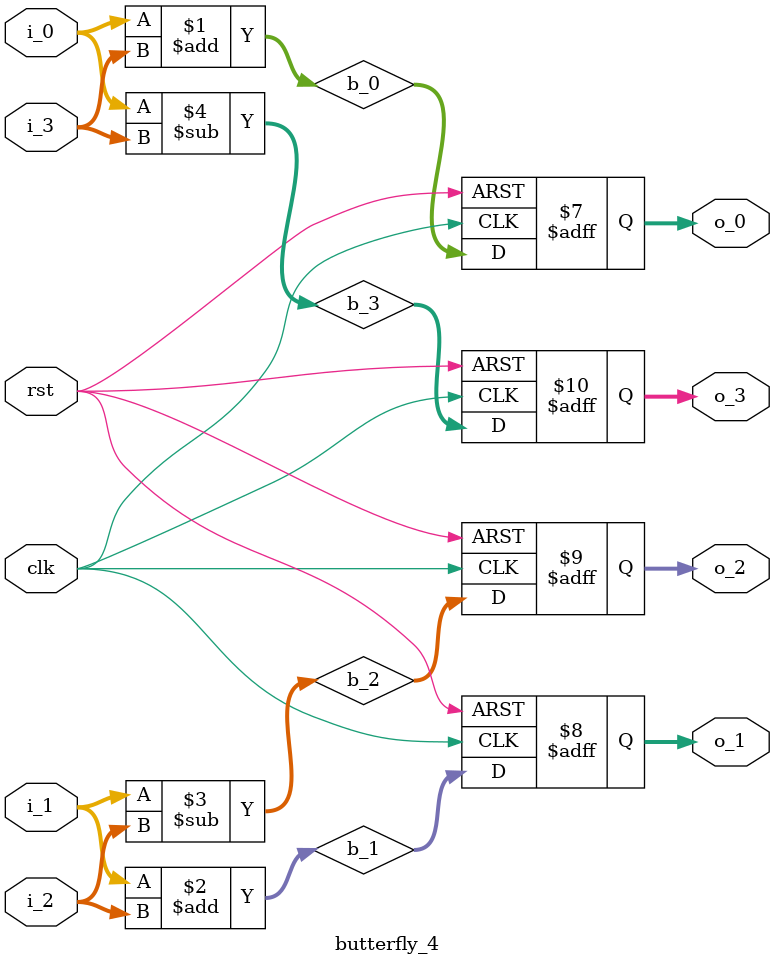
<source format=v>
module butterfly_4(
                clk,
				        rst,
				        
                i_0,
                i_1,
                i_2,
                i_3,
                
                o_0,
                o_1,
                o_2,
                o_3
);

// ****************************************************************
//
//	INPUT / OUTPUT DECLARATION
//
// ****************************************************************                

input                    clk;
input                    rst;

input     signed  [23:0] i_0;
input     signed  [23:0] i_1;
input     signed  [23:0] i_2;
input     signed  [23:0] i_3;

output reg signed [24:0] o_0;
output reg signed [24:0] o_1;
output reg signed [24:0] o_2;
output reg signed [24:0] o_3;

// ****************************************************************
//
//	WIRE DECLARATION
//
// ****************************************************************

wire  signed [24:0]   b_0;
wire  signed [24:0]   b_1;
wire  signed [24:0]   b_2;
wire  signed [24:0]   b_3;

// ********************************************
//                                             
//    Combinational Logic                      
//                                             
// ********************************************

assign b_0=i_0+i_3;
assign b_1=i_1+i_2;
assign b_2=i_1-i_2;               
assign b_3=i_0-i_3;

// ********************************************
//                                             
//    Sequential  Logic                        
//                                             
// ********************************************

always@(posedge clk or negedge rst)
if(!rst)
     begin
     o_0<=25'b0;
     o_1<=25'b0;
     o_2<=25'b0;
     o_3<=25'b0;
     end
else
     begin
     o_0<=b_0;
     o_1<=b_1;
     o_2<=b_2;
     o_3<=b_3;
     end

endmodule
</source>
